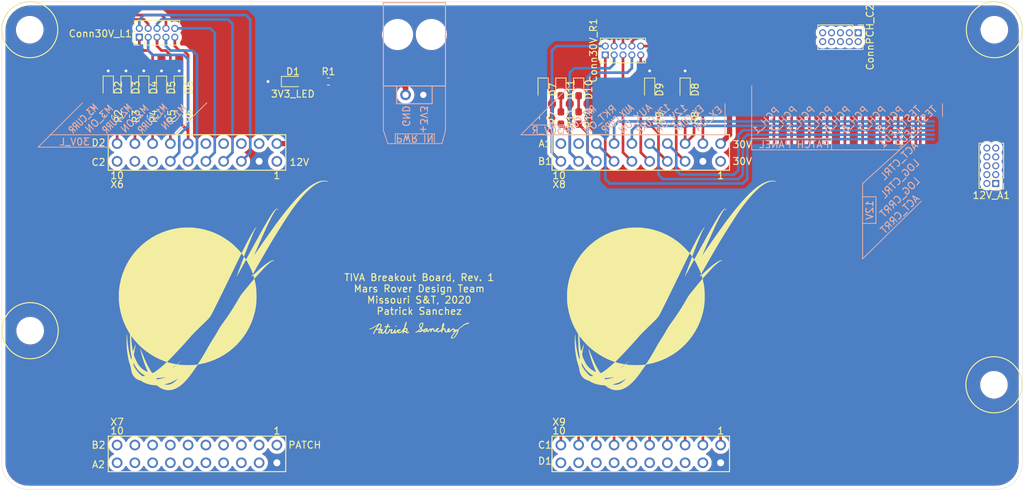
<source format=kicad_pcb>
(kicad_pcb (version 20171130) (host pcbnew "(5.1.4)-1")
  (layers (0 F.Cu signal) (31 B.Cu signal) (34 B.Paste user) (35 F.Paste user) (36 B.SilkS user hide) (37 F.SilkS user) (38 B.Mask user) (39 F.Mask user) (44 Edge.Cuts user))
  (net 0 "")
  (net 1 GND)
  (net 2 +3V3)
  (net 3 "Net-(U1-PadRese')")
  (net 4 "Net-(U1-PadRese)")
  (net 5 "Net-(U1-PadPM6)")
  (net 6 "Net-(U1-PadPQ1)")
  (net 7 "Net-(U1-PadPQ2)")
  (net 8 "Net-(U1-PadPQ3)")
  (net 9 "Net-(U1-PadPP3)")
  (net 10 "Net-(U1-PadPA4)")
  (net 11 "Net-(U1-PadPA7)")
  (net 12 "Net-(U1-PadPA5)")
  (net 13 "Net-(U1-PadPD2)")
  (net 14 "Net-(U1-PadPP0)")
  (net 15 "Net-(U1-PadPP1)")
  (net 16 "Net-(U1-PadPD4)")
  (net 17 "Net-(U1-PadPM7)")
  (net 18 "Net-(U1-PadPP5)")
  (net 19 "Net-(U1-PadPC7)")
  (net 20 "Net-(U1-PadPB2)")
  (net 21 "Net-(U1-PadPB3)")
  (net 22 "Net-(U1-PadPM3)")
  (net 23 "Net-(U1-PadPH2)")
  (net 24 "Net-(U1-PadPH3)")
  (net 25 "Net-(U1-PadPD1)")
  (net 26 "Net-(U1-PadPD0)")
  (net 27 "Net-(U1-PadPN2)")
  (net 28 "Net-(U1-PadPN3)")
  (net 29 "Net-(U1-PadPP2)")
  (net 30 "Net-(ConnPCH_C2-Pad1)")
  (net 31 "Net-(ConnPCH_C2-Pad2)")
  (net 32 "Net-(ConnPCH_C2-Pad3)")
  (net 33 "Net-(ConnPCH_C2-Pad4)")
  (net 34 "Net-(ConnPCH_C2-Pad5)")
  (net 35 "Net-(ConnPCH_C2-Pad6)")
  (net 36 "Net-(ConnPCH_C2-Pad7)")
  (net 37 "Net-(ConnPCH_C2-Pad8)")
  (net 38 "Net-(ConnPCH_C2-Pad9)")
  (net 39 "Net-(ConnPCH_C2-Pad10)")
  (net 40 "Net-(U1-PadPG1)")
  (net 41 "Net-(U1-PadPK4)")
  (net 42 "Net-(U1-PadPK5)")
  (net 43 "Net-(U1-PadPM0)")
  (net 44 "Net-(U1-PadPM1)")
  (net 45 "Net-(U1-PadPM2)")
  (net 46 "Net-(U1-PadPH0)")
  (net 47 "Net-(U1-PadPH1)")
  (net 48 "Net-(U1-PadPK6)")
  (net 49 "Net-(U1-PadPK7)")
  (net 50 "Net-(D1-Pad2)")
  (net 51 "Net-(U1-Pad+5V')")
  (net 52 "Net-(U1-Pad+5V)")
  (net 53 "Net-(12V_A1-Pad1)")
  (net 54 "Net-(12V_A1-Pad2)")
  (net 55 "Net-(12V_A1-Pad3)")
  (net 56 "Net-(12V_A1-Pad4)")
  (net 57 "Net-(12V_A1-Pad5)")
  (net 58 "Net-(12V_A1-Pad6)")
  (net 59 "Net-(12V_A1-Pad7)")
  (net 60 "Net-(12V_A1-Pad8)")
  (net 61 "Net-(12V_A1-Pad9)")
  (net 62 "Net-(12V_A1-Pad10)")
  (net 63 M3_ISENSE)
  (net 64 M3_EN)
  (net 65 M2_EN)
  (net 66 M4_ISENSE)
  (net 67 M2_ISENSE)
  (net 68 M4_EN)
  (net 69 M1_EN)
  (net 70 M5_ISENSE)
  (net 71 M1_ISENSE)
  (net 72 M5_EN)
  (net 73 12V_ISENSE)
  (net 74 12V_EN)
  (net 75 SP_EN)
  (net 76 AUX_ISENSE)
  (net 77 SP_ISENSE)
  (net 78 AUX_EN)
  (net 79 M6_EN)
  (net 80 RKT_ISENSE)
  (net 81 M6_ISENSE)
  (net 82 RKT_EN)
  (net 83 "Net-(U1-PadPK3)")
  (net 84 "Net-(U1-PadPC5)")
  (net 85 "Net-(U1-PadPC6)")
  (net 86 "Net-(U1-PadPE5)")
  (net 87 "Net-(U1-PadPD3)")
  (net 88 "Net-(U1-PadPF1)")
  (net 89 "Net-(U1-PadPF2)")
  (net 90 "Net-(U1-PadPF3)")
  (net 91 "Net-(U1-PadPG0)")
  (net 92 "Net-(U1-PadPL4)")
  (net 93 "Net-(U1-PadPL5)")
  (net 94 "Net-(U1-PadPL0)")
  (net 95 "Net-(U1-PadPL1)")
  (net 96 "Net-(U1-PadPL2)")
  (net 97 "Net-(U1-PadPL3)")
  (net 98 "Net-(D2-Pad2)")
  (net 99 "Net-(D3-Pad2)")
  (net 100 "Net-(D4-Pad2)")
  (net 101 "Net-(D5-Pad2)")
  (net 102 "Net-(D6-Pad2)")
  (net 103 "Net-(D7-Pad2)")
  (net 104 "Net-(D8-Pad2)")
  (net 105 "Net-(D9-Pad2)")
  (net 106 "Net-(D10-Pad2)")
  (net 107 "Net-(D11-Pad2)")
  (module Resistor_SMD:R_0603_1608Metric_Pad1.05x0.95mm_HandSolder (layer F.Cu) (at 162.0012 91.962 270)
    (fp_text reference R7 (at 0 -1.43 90) (layer F.SilkS))
    (fp_text value 330)
    (pad 2 smd roundrect (at 0.875 0 270) (size 1.05 0.95) (layers F.Cu F.Paste F.Mask) (net 82 RKT_EN))
    (pad 1 smd roundrect (at -0.875 0 270) (size 1.05 0.95) (layers F.Cu F.Paste F.Mask) (net 103 "Net-(D7-Pad2)"))
  )
  (module MRDT_Shields:Tiva_Breakout (layer F.Cu) (at 107.3912 131.191)
    (fp_text reference U1 hide)
    (fp_text value TM4C129E_Launchpad hide)
    (fp_text user 1 (at 80.01 5.588) (layer F.SilkS))
    (fp_text user 10 (at 56.896 5.588) (layer F.SilkS))
    (fp_text user 1 (at 80.01 -30.988) (layer F.SilkS))
    (fp_text user 10 (at 56.896 -30.988) (layer F.SilkS))
    (fp_text user 1 (at 16.51 5.588) (layer F.SilkS))
    (fp_text user 10 (at -6.35 5.588) (layer F.SilkS))
    (fp_text user 10 (at -6.35 -30.988) (layer F.SilkS))
    (fp_text user 1 (at 16.51 -30.988) (layer F.SilkS))
    (fp_text user X9 (at 56.896 4.318) (layer F.SilkS))
    (fp_text user X8 (at 56.896 -29.718) (layer F.SilkS))
    (fp_text user X7 (at -6.35 4.318) (layer F.SilkS))
    (fp_text user X6 (at -6.35 -29.718 180) (layer F.SilkS))
    (fp_text user C1 (at 54.864 7.62) (layer F.SilkS))
    (fp_text user D1 (at 54.864 9.906) (layer F.SilkS))
    (fp_text user C2 (at -9.017 -32.893 180) (layer F.SilkS))
    (fp_text user D2 (at -9.017 -35.687) (layer F.SilkS))
    (fp_text user B1 (at 54.864 -33.02) (layer F.SilkS))
    (fp_text user A1 (at 54.864 -35.56) (layer F.SilkS))
    (fp_text user B2 (at -9.017 7.62 180) (layer F.SilkS))
    (fp_text user A2 (at -9.017 10.414 180) (layer F.SilkS))
    (pad +3V3' thru_hole circle (at 16.51 -35.56) (size 1.52 1.52) (drill 1) (layers *.Cu *.Mask F.Paste) (net 2 +3V3))
    (pad PM6 thru_hole circle (at -6.35 10.16) (size 1.52 1.52) (drill 1) (layers *.Cu *.Mask F.Paste) (net 5 "Net-(U1-PadPM6)"))
    (pad PQ1 thru_hole circle (at -3.81 10.16) (size 1.52 1.52) (drill 1) (layers *.Cu *.Mask F.Paste) (net 6 "Net-(U1-PadPQ1)"))
    (pad PQ2 thru_hole circle (at 3.81 10.16) (size 1.52 1.52) (drill 1) (layers *.Cu *.Mask F.Paste) (net 7 "Net-(U1-PadPQ2)"))
    (pad PK0 thru_hole circle (at 6.35 -33.02) (size 1.52 1.52) (drill 1) (layers *.Cu *.Mask F.Paste) (net 71 M1_ISENSE))
    (pad PQ3 thru_hole circle (at 1.27 10.16) (size 1.52 1.52) (drill 1) (layers *.Cu *.Mask F.Paste) (net 8 "Net-(U1-PadPQ3)"))
    (pad PP3 thru_hole circle (at -1.27 10.16) (size 1.52 1.52) (drill 1) (layers *.Cu *.Mask F.Paste) (net 9 "Net-(U1-PadPP3)"))
    (pad PQ0 thru_hole circle (at 1.27 -35.56) (size 1.52 1.52) (drill 1) (layers *.Cu *.Mask F.Paste) (net 68 M4_EN))
    (pad PA4 thru_hole circle (at -3.81 -33.02) (size 1.52 1.52) (drill 1) (layers *.Cu *.Mask F.Paste) (net 10 "Net-(U1-PadPA4)"))
    (pad Rese' thru_hole circle (at 6.35 10.16) (size 1.52 1.52) (drill 1) (layers *.Cu *.Mask F.Paste) (net 3 "Net-(U1-PadRese')"))
    (pad PA7 thru_hole circle (at 8.89 10.16) (size 1.52 1.52) (drill 1) (layers *.Cu *.Mask F.Paste) (net 11 "Net-(U1-PadPA7)"))
    (pad PN5 thru_hole circle (at -3.81 -35.56) (size 1.52 1.52) (drill 1) (layers *.Cu *.Mask F.Paste) (net 65 M2_EN))
    (pad PK2 thru_hole circle (at 1.27 -33.02) (size 1.52 1.52) (drill 1) (layers *.Cu *.Mask F.Paste) (net 66 M4_ISENSE))
    (pad PK1 thru_hole circle (at 3.81 -33.02) (size 1.52 1.52) (drill 1) (layers *.Cu *.Mask F.Paste) (net 70 M5_ISENSE))
    (pad +5V' thru_hole circle (at 16.51 -33.02) (size 1.52 1.52) (drill 1) (layers *.Cu *.Mask F.Paste) (net 51 "Net-(U1-Pad+5V')"))
    (pad GND thru_hole circle (at 13.97 -33.02) (size 1.52 1.52) (drill 1) (layers *.Cu *.Mask F.Paste) (net 1 GND))
    (pad PB4 thru_hole circle (at 11.43 -33.02) (size 1.52 1.52) (drill 1) (layers *.Cu *.Mask F.Paste) (net 63 M3_ISENSE))
    (pad PB5 thru_hole circle (at 8.89 -33.02) (size 1.52 1.52) (drill 1) (layers *.Cu *.Mask F.Paste) (net 67 M2_ISENSE))
    (pad PK3 thru_hole circle (at -1.27 -33.02) (size 1.52 1.52) (drill 1) (layers *.Cu *.Mask F.Paste) (net 83 "Net-(U1-PadPK3)"))
    (pad PA5 thru_hole circle (at -6.35 -33.02) (size 1.52 1.52) (drill 1) (layers *.Cu *.Mask F.Paste) (net 12 "Net-(U1-PadPA5)"))
    (pad PD2 thru_hole circle (at 13.97 -35.56) (size 1.52 1.52) (drill 1) (layers *.Cu *.Mask F.Paste) (net 13 "Net-(U1-PadPD2)"))
    (pad PP0 thru_hole circle (at 11.43 -35.56) (size 1.52 1.52) (drill 1) (layers *.Cu *.Mask F.Paste) (net 14 "Net-(U1-PadPP0)"))
    (pad PP1 thru_hole circle (at 8.89 -35.56) (size 1.52 1.52) (drill 1) (layers *.Cu *.Mask F.Paste) (net 15 "Net-(U1-PadPP1)"))
    (pad PD4 thru_hole circle (at 6.35 -35.56) (size 1.52 1.52) (drill 1) (layers *.Cu *.Mask F.Paste) (net 16 "Net-(U1-PadPD4)"))
    (pad PD5 thru_hole circle (at 3.81 -35.56) (size 1.52 1.52) (drill 1) (layers *.Cu *.Mask F.Paste) (net 72 M5_EN))
    (pad PP4 thru_hole circle (at -1.27 -35.56) (size 1.52 1.52) (drill 1) (layers *.Cu *.Mask F.Paste) (net 64 M3_EN))
    (pad PN4 thru_hole circle (at -6.35 -35.56) (size 1.52 1.52) (drill 1) (layers *.Cu *.Mask F.Paste) (net 69 M1_EN))
    (pad PG1 thru_hole circle (at 16.51 7.62) (size 1.52 1.52) (drill 1) (layers *.Cu *.Mask F.Paste) (net 40 "Net-(U1-PadPG1)"))
    (pad PK4 thru_hole circle (at 13.97 7.62) (size 1.52 1.52) (drill 1) (layers *.Cu *.Mask F.Paste) (net 41 "Net-(U1-PadPK4)"))
    (pad PK5 thru_hole circle (at 11.43 7.62) (size 1.52 1.52) (drill 1) (layers *.Cu *.Mask F.Paste) (net 42 "Net-(U1-PadPK5)"))
    (pad PM0 thru_hole circle (at 8.89 7.62) (size 1.52 1.52) (drill 1) (layers *.Cu *.Mask F.Paste) (net 43 "Net-(U1-PadPM0)"))
    (pad PM1 thru_hole circle (at 6.35 7.62) (size 1.52 1.52) (drill 1) (layers *.Cu *.Mask F.Paste) (net 44 "Net-(U1-PadPM1)"))
    (pad PM2 thru_hole circle (at 3.81 7.62) (size 1.52 1.52) (drill 1) (layers *.Cu *.Mask F.Paste) (net 45 "Net-(U1-PadPM2)"))
    (pad PH0 thru_hole circle (at 1.27 7.62) (size 1.52 1.52) (drill 1) (layers *.Cu *.Mask F.Paste) (net 46 "Net-(U1-PadPH0)"))
    (pad PH1 thru_hole circle (at -1.27 7.62) (size 1.52 1.52) (drill 1) (layers *.Cu *.Mask F.Paste) (net 47 "Net-(U1-PadPH1)"))
    (pad PK6 thru_hole circle (at -3.81 7.62) (size 1.52 1.52) (drill 1) (layers *.Cu *.Mask F.Paste) (net 48 "Net-(U1-PadPK6)"))
    (pad PK7 thru_hole circle (at -6.35 7.62) (size 1.52 1.52) (drill 1) (layers *.Cu *.Mask F.Paste) (net 49 "Net-(U1-PadPK7)"))
    (pad GND thru_hole circle (at 16.51 10.16) (size 1.52 1.52) (drill 1) (layers *.Cu *.Mask F.Paste) (net 1 GND))
    (pad PM7 thru_hole circle (at 13.97 10.16) (size 1.52 1.52) (drill 1) (layers *.Cu *.Mask F.Paste) (net 17 "Net-(U1-PadPM7)"))
    (pad PP5 thru_hole circle (at 11.43 10.16) (size 1.52 1.52) (drill 1) (layers *.Cu *.Mask F.Paste) (net 18 "Net-(U1-PadPP5)"))
    (pad +5V thru_hole circle (at 80.01 -33.02) (size 1.52 1.52) (drill 1) (layers *.Cu *.Mask F.Paste) (net 52 "Net-(U1-Pad+5V)"))
    (pad GND thru_hole circle (at 77.47 -33.02) (size 1.52 1.52) (drill 1) (layers *.Cu *.Mask F.Paste) (net 1 GND))
    (pad PE0 thru_hole circle (at 74.93 -33.02) (size 1.52 1.52) (drill 1) (layers *.Cu *.Mask F.Paste) (net 76 AUX_ISENSE))
    (pad PE1 thru_hole circle (at 72.39 -33.02) (size 1.52 1.52) (drill 1) (layers *.Cu *.Mask F.Paste) (net 74 12V_EN))
    (pad PE2 thru_hole circle (at 69.85 -33.02) (size 1.52 1.52) (drill 1) (layers *.Cu *.Mask F.Paste) (net 73 12V_ISENSE))
    (pad PE3 thru_hole circle (at 67.31 -33.02) (size 1.52 1.52) (drill 1) (layers *.Cu *.Mask F.Paste) (net 77 SP_ISENSE))
    (pad PD7 thru_hole circle (at 64.77 -33.02) (size 1.52 1.52) (drill 1) (layers *.Cu *.Mask F.Paste) (net 81 M6_ISENSE))
    (pad PA6 thru_hole circle (at 62.23 -33.02) (size 1.52 1.52) (drill 1) (layers *.Cu *.Mask F.Paste) (net 75 SP_EN))
    (pad PM4 thru_hole circle (at 59.69 -33.02) (size 1.52 1.52) (drill 1) (layers *.Cu *.Mask F.Paste) (net 79 M6_EN))
    (pad PM5 thru_hole circle (at 57.15 -33.02) (size 1.52 1.52) (drill 1) (layers *.Cu *.Mask F.Paste) (net 82 RKT_EN))
    (pad +3V3 thru_hole circle (at 80.01 -35.56) (size 1.52 1.52) (drill 1) (layers *.Cu *.Mask F.Paste) (net 2 +3V3))
    (pad PE4 thru_hole circle (at 77.47 -35.56) (size 1.52 1.52) (drill 1) (layers *.Cu *.Mask F.Paste) (net 80 RKT_ISENSE))
    (pad PC4 thru_hole circle (at 74.93 -35.56) (size 1.52 1.52) (drill 1) (layers *.Cu *.Mask F.Paste) (net 78 AUX_EN))
    (pad PC5 thru_hole circle (at 72.39 -35.56) (size 1.52 1.52) (drill 1) (layers *.Cu *.Mask F.Paste) (net 84 "Net-(U1-PadPC5)"))
    (pad PC6 thru_hole circle (at 69.85 -35.56) (size 1.52 1.52) (drill 1) (layers *.Cu *.Mask F.Paste) (net 85 "Net-(U1-PadPC6)"))
    (pad PE5 thru_hole circle (at 67.31 -35.56) (size 1.52 1.52) (drill 1) (layers *.Cu *.Mask F.Paste) (net 86 "Net-(U1-PadPE5)"))
    (pad PD3 thru_hole circle (at 64.77 -35.56) (size 1.52 1.52) (drill 1) (layers *.Cu *.Mask F.Paste) (net 87 "Net-(U1-PadPD3)"))
    (pad PC7 thru_hole circle (at 62.23 -35.56) (size 1.52 1.52) (drill 1) (layers *.Cu *.Mask F.Paste) (net 19 "Net-(U1-PadPC7)"))
    (pad PB2 thru_hole circle (at 59.69 -35.56) (size 1.52 1.52) (drill 1) (layers *.Cu *.Mask F.Paste) (net 20 "Net-(U1-PadPB2)"))
    (pad PB3 thru_hole circle (at 57.15 -35.56) (size 1.52 1.52) (drill 1) (layers *.Cu *.Mask F.Paste) (net 21 "Net-(U1-PadPB3)"))
    (pad PF1 thru_hole circle (at 80.01 7.62) (size 1.52 1.52) (drill 1) (layers *.Cu *.Mask F.Paste) (net 88 "Net-(U1-PadPF1)"))
    (pad PF2 thru_hole circle (at 77.47 7.62) (size 1.52 1.52) (drill 1) (layers *.Cu *.Mask F.Paste) (net 89 "Net-(U1-PadPF2)"))
    (pad PF3 thru_hole circle (at 74.93 7.62) (size 1.52 1.52) (drill 1) (layers *.Cu *.Mask F.Paste) (net 90 "Net-(U1-PadPF3)"))
    (pad PG0 thru_hole circle (at 72.39 7.62) (size 1.52 1.52) (drill 1) (layers *.Cu *.Mask F.Paste) (net 91 "Net-(U1-PadPG0)"))
    (pad PL4 thru_hole circle (at 69.85 7.62) (size 1.52 1.52) (drill 1) (layers *.Cu *.Mask F.Paste) (net 92 "Net-(U1-PadPL4)"))
    (pad PL5 thru_hole circle (at 67.31 7.62) (size 1.52 1.52) (drill 1) (layers *.Cu *.Mask F.Paste) (net 93 "Net-(U1-PadPL5)"))
    (pad PL0 thru_hole circle (at 64.77 7.62) (size 1.52 1.52) (drill 1) (layers *.Cu *.Mask F.Paste) (net 94 "Net-(U1-PadPL0)"))
    (pad PL1 thru_hole circle (at 62.23 7.62) (size 1.52 1.52) (drill 1) (layers *.Cu *.Mask F.Paste) (net 95 "Net-(U1-PadPL1)"))
    (pad PL2 thru_hole circle (at 59.69 7.62) (size 1.52 1.52) (drill 1) (layers *.Cu *.Mask F.Paste) (net 96 "Net-(U1-PadPL2)"))
    (pad PL3 thru_hole circle (at 57.15 7.62) (size 1.52 1.52) (drill 1) (layers *.Cu *.Mask F.Paste) (net 97 "Net-(U1-PadPL3)"))
    (pad GND thru_hole circle (at 80.01 10.16) (size 1.52 1.52) (drill 1) (layers *.Cu *.Mask F.Paste) (net 1 GND))
    (pad PM3 thru_hole circle (at 77.47 10.16) (size 1.52 1.52) (drill 1) (layers *.Cu *.Mask F.Paste) (net 22 "Net-(U1-PadPM3)"))
    (pad PH2 thru_hole circle (at 74.93 10.16) (size 1.52 1.52) (drill 1) (layers *.Cu *.Mask F.Paste) (net 23 "Net-(U1-PadPH2)"))
    (pad PH3 thru_hole circle (at 72.39 10.16) (size 1.52 1.52) (drill 1) (layers *.Cu *.Mask F.Paste) (net 24 "Net-(U1-PadPH3)"))
    (pad Rese thru_hole circle (at 69.85 10.16) (size 1.52 1.52) (drill 1) (layers *.Cu *.Mask F.Paste) (net 4 "Net-(U1-PadRese)"))
    (pad PD1 thru_hole circle (at 67.31 10.16) (size 1.52 1.52) (drill 1) (layers *.Cu *.Mask F.Paste) (net 25 "Net-(U1-PadPD1)"))
    (pad PD0 thru_hole circle (at 64.77 10.16) (size 1.52 1.52) (drill 1) (layers *.Cu *.Mask F.Paste) (net 26 "Net-(U1-PadPD0)"))
    (pad PN2 thru_hole circle (at 62.23 10.16) (size 1.52 1.52) (drill 1) (layers *.Cu *.Mask F.Paste) (net 27 "Net-(U1-PadPN2)"))
    (pad PN3 thru_hole circle (at 59.69 10.16) (size 1.52 1.52) (drill 1) (layers *.Cu *.Mask F.Paste) (net 28 "Net-(U1-PadPN3)"))
    (pad PP2 thru_hole circle (at 57.15 10.16) (size 1.52 1.52) (drill 1) (layers *.Cu *.Mask F.Paste) (net 29 "Net-(U1-PadPP2)"))
  )
  (module MRDT_Silkscreens:0_MRDT_Logo_30mm (layer F.Cu) (at 180.4162 115.951)
    (fp_text reference G*** hide)
    (fp_text value LOGO hide)
  )
  (module MRDT_Silkscreens:0_MRDT_Logo_30mm (layer F.Cu) (at 116.2812 115.951)
    (fp_text reference G*** hide)
    (fp_text value LOGO hide)
  )
  (module MRDT_Drill_Holes:4_40_Hole (layer F.Cu) (at 88.5952 122.428)
    (fp_text reference REF** hide)
    (fp_text value 4_40_Hole hide)
    (pad "" np_thru_hole circle (at 0 0) (size 2.9464 2.9464) (drill 2.9464) (layers *.Cu *.Mask))
  )
  (module MRDT_Drill_Holes:4_40_Hole (layer F.Cu) (at 226.5172 130.175)
    (fp_text reference REF** hide)
    (fp_text value 4_40_Hole hide)
    (pad "" np_thru_hole circle (at 0 0) (size 2.9464 2.9464) (drill 2.9464) (layers *.Cu *.Mask))
  )
  (module MRDT_Drill_Holes:4_40_Hole_Corner (layer F.Cu) (at 230.5812 75.311 180)
    (fp_text reference REF** hide)
    (fp_text value 4_40_Hole hide)
    (pad "" np_thru_hole circle (at 4.00812 -4.00812 180) (size 2.9464 2.9464) (drill 2.9464) (layers *.Cu *.Mask))
  )
  (module MRDT_Drill_Holes:4_40_Hole_Corner (layer F.Cu) (at 84.5312 75.311 270)
    (fp_text reference REF** hide)
    (fp_text value 4_40_Hole hide)
    (pad "" np_thru_hole circle (at 4.00812 -4.00812 270) (size 2.9464 2.9464) (drill 2.9464) (layers *.Cu *.Mask))
  )
  (module MRDT_Silkscreens:z_sig_Patrick_Sanchez_15mmx5mm (layer F.Cu) (at 144.2212 122.301)
    (fp_text reference G*** hide)
    (fp_text value LOGO hide)
  )
  (module LED_SMD:LED_0603_1608Metric_Pad1.05x0.95mm_HandSolder (layer F.Cu) (at 126.2012 86.741)
    (fp_text reference D1 (at 0 -1.43) (layer F.SilkS))
    (fp_text value 3V3_LED)
    (pad 1 smd roundrect (at -0.875 0) (size 1.05 0.95) (layers F.Cu F.Paste F.Mask) (net 1 GND))
    (pad 2 smd roundrect (at 0.875 0) (size 1.05 0.95) (layers F.Cu F.Paste F.Mask) (net 50 "Net-(D1-Pad2)"))
  )
  (module Resistor_SMD:R_0603_1608Metric_Pad1.05x0.95mm_HandSolder (layer F.Cu) (at 131.2812 86.741)
    (fp_text reference R1 (at 0 -1.43) (layer F.SilkS))
    (fp_text value 330)
    (pad 1 smd roundrect (at -0.875 0) (size 1.05 0.95) (layers F.Cu F.Paste F.Mask) (net 50 "Net-(D1-Pad2)"))
    (pad 2 smd roundrect (at 0.875 0) (size 1.05 0.95) (layers F.Cu F.Paste F.Mask) (net 2 +3V3))
  )
  (module MRDT_Connectors:MOLEX_SL_02_Horizontal (layer B.Cu) (at 143.5862 88.646 180)
    (fp_text reference Conn1 hide)
    (fp_text value Molex_SL_02)
    (pad "" np_thru_hole circle (at -2.415 8.64 180) (size 3.45 3.45) (drill 3.45) (layers *.Cu *.Mask))
    (pad 1 thru_hole circle (at -1.27 0 180) (size 1.524 1.524) (drill 0.9) (layers *.Cu *.Mask) (net 1 GND))
    (pad 2 thru_hole circle (at 1.27 0 180) (size 1.524 1.524) (drill 0.9) (layers *.Cu *.Mask) (net 2 +3V3))
    (pad "" np_thru_hole circle (at 2.413 8.636 180) (size 3.45 3.45) (drill 3.45) (layers *.Cu *.Mask))
  )
  (module Connector_PinHeader_1.27mm:PinHeader_2x05_P1.27mm_Vertical (layer F.Cu) (at 226.7712 101.346 180)
    (fp_text reference 12V_A1 (at 0.635 -1.695) (layer F.SilkS))
    (fp_text value PH_2x5)
    (pad 1 thru_hole rect (at 0 0 180) (size 1 1) (drill 0.65) (layers *.Cu *.Mask) (net 53 "Net-(12V_A1-Pad1)"))
    (pad 2 thru_hole oval (at 1.27 0 180) (size 1 1) (drill 0.65) (layers *.Cu *.Mask) (net 54 "Net-(12V_A1-Pad2)"))
    (pad 3 thru_hole oval (at 0 1.27 180) (size 1 1) (drill 0.65) (layers *.Cu *.Mask) (net 55 "Net-(12V_A1-Pad3)"))
    (pad 4 thru_hole oval (at 1.27 1.27 180) (size 1 1) (drill 0.65) (layers *.Cu *.Mask) (net 56 "Net-(12V_A1-Pad4)"))
    (pad 5 thru_hole oval (at 0 2.54 180) (size 1 1) (drill 0.65) (layers *.Cu *.Mask) (net 57 "Net-(12V_A1-Pad5)"))
    (pad 6 thru_hole oval (at 1.27 2.54 180) (size 1 1) (drill 0.65) (layers *.Cu *.Mask) (net 58 "Net-(12V_A1-Pad6)"))
    (pad 7 thru_hole oval (at 0 3.81 180) (size 1 1) (drill 0.65) (layers *.Cu *.Mask) (net 59 "Net-(12V_A1-Pad7)"))
    (pad 8 thru_hole oval (at 1.27 3.81 180) (size 1 1) (drill 0.65) (layers *.Cu *.Mask) (net 60 "Net-(12V_A1-Pad8)"))
    (pad 9 thru_hole oval (at 0 5.08 180) (size 1 1) (drill 0.65) (layers *.Cu *.Mask) (net 61 "Net-(12V_A1-Pad9)"))
    (pad 10 thru_hole oval (at 1.27 5.08 180) (size 1 1) (drill 0.65) (layers *.Cu *.Mask) (net 62 "Net-(12V_A1-Pad10)"))
  )
  (module Connector_PinHeader_1.27mm:PinHeader_2x05_P1.27mm_Vertical (layer F.Cu) (at 104.2162 80.391 90)
    (fp_text reference Conn30V_L1 (at 0.508 -5.588 180) (layer F.SilkS))
    (fp_text value PH_2x5)
    (pad 1 thru_hole rect (at 0 0 90) (size 1 1) (drill 0.65) (layers *.Cu *.Mask) (net 64 M3_EN))
    (pad 2 thru_hole oval (at 1.27 0 90) (size 1 1) (drill 0.65) (layers *.Cu *.Mask) (net 63 M3_ISENSE))
    (pad 3 thru_hole oval (at 0 1.27 90) (size 1 1) (drill 0.65) (layers *.Cu *.Mask) (net 66 M4_ISENSE))
    (pad 4 thru_hole oval (at 1.27 1.27 90) (size 1 1) (drill 0.65) (layers *.Cu *.Mask) (net 65 M2_EN))
    (pad 5 thru_hole oval (at 0 2.54 90) (size 1 1) (drill 0.65) (layers *.Cu *.Mask) (net 68 M4_EN))
    (pad 6 thru_hole oval (at 1.27 2.54 90) (size 1 1) (drill 0.65) (layers *.Cu *.Mask) (net 67 M2_ISENSE))
    (pad 7 thru_hole oval (at 0 3.81 90) (size 1 1) (drill 0.65) (layers *.Cu *.Mask) (net 70 M5_ISENSE))
    (pad 8 thru_hole oval (at 1.27 3.81 90) (size 1 1) (drill 0.65) (layers *.Cu *.Mask) (net 69 M1_EN))
    (pad 9 thru_hole oval (at 0 5.08 90) (size 1 1) (drill 0.65) (layers *.Cu *.Mask) (net 72 M5_EN))
    (pad 10 thru_hole oval (at 1.27 5.08 90) (size 1 1) (drill 0.65) (layers *.Cu *.Mask) (net 71 M1_ISENSE))
  )
  (module Connector_PinHeader_1.27mm:PinHeader_2x05_P1.27mm_Vertical (layer F.Cu) (at 170.8912 82.931 90)
    (fp_text reference Conn30V_R1 (at 0.635 -1.695 -90) (layer F.SilkS))
    (fp_text value PH_2x5)
    (pad 10 thru_hole oval (at 1.27 5.08 90) (size 1 1) (drill 0.65) (layers *.Cu *.Mask) (net 74 12V_EN))
    (pad 9 thru_hole oval (at 0 5.08 90) (size 1 1) (drill 0.65) (layers *.Cu *.Mask) (net 73 12V_ISENSE))
    (pad 8 thru_hole oval (at 1.27 3.81 90) (size 1 1) (drill 0.65) (layers *.Cu *.Mask) (net 76 AUX_ISENSE))
    (pad 7 thru_hole oval (at 0 3.81 90) (size 1 1) (drill 0.65) (layers *.Cu *.Mask) (net 75 SP_EN))
    (pad 6 thru_hole oval (at 1.27 2.54 90) (size 1 1) (drill 0.65) (layers *.Cu *.Mask) (net 78 AUX_EN))
    (pad 5 thru_hole oval (at 0 2.54 90) (size 1 1) (drill 0.65) (layers *.Cu *.Mask) (net 77 SP_ISENSE))
    (pad 4 thru_hole oval (at 1.27 1.27 90) (size 1 1) (drill 0.65) (layers *.Cu *.Mask) (net 80 RKT_ISENSE))
    (pad 3 thru_hole oval (at 0 1.27 90) (size 1 1) (drill 0.65) (layers *.Cu *.Mask) (net 79 M6_EN))
    (pad 2 thru_hole oval (at 1.27 0 90) (size 1 1) (drill 0.65) (layers *.Cu *.Mask) (net 82 RKT_EN))
    (pad 1 thru_hole rect (at 0 0 90) (size 1 1) (drill 0.65) (layers *.Cu *.Mask) (net 81 M6_ISENSE))
  )
  (module Connector_PinHeader_1.27mm:PinHeader_2x05_P1.27mm_Vertical (layer F.Cu) (at 207.0862 79.756 270)
    (fp_text reference ConnPCH_C2 (at 0.635 -1.695 90) (layer F.SilkS))
    (fp_text value PH_2x5)
    (pad 10 thru_hole oval (at 1.27 5.08 270) (size 1 1) (drill 0.65) (layers *.Cu *.Mask) (net 39 "Net-(ConnPCH_C2-Pad10)"))
    (pad 9 thru_hole oval (at 0 5.08 270) (size 1 1) (drill 0.65) (layers *.Cu *.Mask) (net 38 "Net-(ConnPCH_C2-Pad9)"))
    (pad 8 thru_hole oval (at 1.27 3.81 270) (size 1 1) (drill 0.65) (layers *.Cu *.Mask) (net 37 "Net-(ConnPCH_C2-Pad8)"))
    (pad 7 thru_hole oval (at 0 3.81 270) (size 1 1) (drill 0.65) (layers *.Cu *.Mask) (net 36 "Net-(ConnPCH_C2-Pad7)"))
    (pad 6 thru_hole oval (at 1.27 2.54 270) (size 1 1) (drill 0.65) (layers *.Cu *.Mask) (net 35 "Net-(ConnPCH_C2-Pad6)"))
    (pad 5 thru_hole oval (at 0 2.54 270) (size 1 1) (drill 0.65) (layers *.Cu *.Mask) (net 34 "Net-(ConnPCH_C2-Pad5)"))
    (pad 4 thru_hole oval (at 1.27 1.27 270) (size 1 1) (drill 0.65) (layers *.Cu *.Mask) (net 33 "Net-(ConnPCH_C2-Pad4)"))
    (pad 3 thru_hole oval (at 0 1.27 270) (size 1 1) (drill 0.65) (layers *.Cu *.Mask) (net 32 "Net-(ConnPCH_C2-Pad3)"))
    (pad 2 thru_hole oval (at 1.27 0 270) (size 1 1) (drill 0.65) (layers *.Cu *.Mask) (net 31 "Net-(ConnPCH_C2-Pad2)"))
    (pad 1 thru_hole rect (at 0 0 270) (size 1 1) (drill 0.65) (layers *.Cu *.Mask) (net 30 "Net-(ConnPCH_C2-Pad1)"))
  )
  (module LED_SMD:LED_0603_1608Metric_Pad1.05x0.95mm_HandSolder (layer F.Cu) (at 99.7712 87.616 270)
    (fp_text reference D2 (at 0 -1.43 90) (layer F.SilkS))
    (fp_text value 3V3_LED)
    (pad 2 smd roundrect (at 0.875 0 270) (size 1.05 0.95) (layers F.Cu F.Paste F.Mask) (net 98 "Net-(D2-Pad2)"))
    (pad 1 smd roundrect (at -0.875 0 270) (size 1.05 0.95) (layers F.Cu F.Paste F.Mask) (net 1 GND))
  )
  (module LED_SMD:LED_0603_1608Metric_Pad1.05x0.95mm_HandSolder (layer F.Cu) (at 102.3112 87.616 270)
    (fp_text reference D3 (at 0 -1.43 90) (layer F.SilkS))
    (fp_text value 3V3_LED)
    (pad 1 smd roundrect (at -0.875 0 270) (size 1.05 0.95) (layers F.Cu F.Paste F.Mask) (net 1 GND))
    (pad 2 smd roundrect (at 0.875 0 270) (size 1.05 0.95) (layers F.Cu F.Paste F.Mask) (net 99 "Net-(D3-Pad2)"))
  )
  (module LED_SMD:LED_0603_1608Metric_Pad1.05x0.95mm_HandSolder (layer F.Cu) (at 104.8512 87.616 270)
    (fp_text reference D4 (at 0 -1.43 90) (layer F.SilkS))
    (fp_text value 3V3_LED)
    (pad 2 smd roundrect (at 0.875 0 270) (size 1.05 0.95) (layers F.Cu F.Paste F.Mask) (net 100 "Net-(D4-Pad2)"))
    (pad 1 smd roundrect (at -0.875 0 270) (size 1.05 0.95) (layers F.Cu F.Paste F.Mask) (net 1 GND))
  )
  (module LED_SMD:LED_0603_1608Metric_Pad1.05x0.95mm_HandSolder (layer F.Cu) (at 107.3912 87.616 270)
    (fp_text reference D5 (at 0 -1.43 90) (layer F.SilkS))
    (fp_text value 3V3_LED)
    (pad 1 smd roundrect (at -0.875 0 270) (size 1.05 0.95) (layers F.Cu F.Paste F.Mask) (net 1 GND))
    (pad 2 smd roundrect (at 0.875 0 270) (size 1.05 0.95) (layers F.Cu F.Paste F.Mask) (net 101 "Net-(D5-Pad2)"))
  )
  (module LED_SMD:LED_0603_1608Metric_Pad1.05x0.95mm_HandSolder (layer F.Cu) (at 109.9312 87.616 270)
    (fp_text reference D6 (at 0 -1.43 90) (layer F.SilkS))
    (fp_text value 3V3_LED)
    (pad 2 smd roundrect (at 0.875 0 270) (size 1.05 0.95) (layers F.Cu F.Paste F.Mask) (net 102 "Net-(D6-Pad2)"))
    (pad 1 smd roundrect (at -0.875 0 270) (size 1.05 0.95) (layers F.Cu F.Paste F.Mask) (net 1 GND))
  )
  (module LED_SMD:LED_0603_1608Metric_Pad1.05x0.95mm_HandSolder (layer F.Cu) (at 162.0012 87.898 270)
    (fp_text reference D7 (at 0 -1.43 90) (layer F.SilkS))
    (fp_text value 3V3_LED)
    (pad 1 smd roundrect (at -0.875 0 270) (size 1.05 0.95) (layers F.Cu F.Paste F.Mask) (net 1 GND))
    (pad 2 smd roundrect (at 0.875 0 270) (size 1.05 0.95) (layers F.Cu F.Paste F.Mask) (net 103 "Net-(D7-Pad2)"))
  )
  (module LED_SMD:LED_0603_1608Metric_Pad1.05x0.95mm_HandSolder (layer F.Cu) (at 182.3212 87.898 270)
    (fp_text reference D8 (at 0 -1.43 90) (layer F.SilkS))
    (fp_text value 3V3_LED)
    (pad 1 smd roundrect (at -0.875 0 270) (size 1.05 0.95) (layers F.Cu F.Paste F.Mask) (net 1 GND))
    (pad 2 smd roundrect (at 0.875 0 270) (size 1.05 0.95) (layers F.Cu F.Paste F.Mask) (net 104 "Net-(D8-Pad2)"))
  )
  (module LED_SMD:LED_0603_1608Metric_Pad1.05x0.95mm_HandSolder (layer F.Cu) (at 177.2412 87.898 270)
    (fp_text reference D9 (at 0 -1.43 90) (layer F.SilkS))
    (fp_text value 3V3_LED)
    (pad 1 smd roundrect (at -0.875 0 270) (size 1.05 0.95) (layers F.Cu F.Paste F.Mask) (net 1 GND))
    (pad 2 smd roundrect (at 0.875 0 270) (size 1.05 0.95) (layers F.Cu F.Paste F.Mask) (net 105 "Net-(D9-Pad2)"))
  )
  (module LED_SMD:LED_0603_1608Metric_Pad1.05x0.95mm_HandSolder (layer F.Cu) (at 167.0812 87.898 270)
    (fp_text reference D10 (at 0 -1.43 90) (layer F.SilkS))
    (fp_text value 3V3_LED)
    (pad 2 smd roundrect (at 0.875 0 270) (size 1.05 0.95) (layers F.Cu F.Paste F.Mask) (net 106 "Net-(D10-Pad2)"))
    (pad 1 smd roundrect (at -0.875 0 270) (size 1.05 0.95) (layers F.Cu F.Paste F.Mask) (net 1 GND))
  )
  (module LED_SMD:LED_0603_1608Metric_Pad1.05x0.95mm_HandSolder (layer F.Cu) (at 164.5412 87.898 270)
    (fp_text reference D11 (at 0 -1.43 90) (layer F.SilkS))
    (fp_text value 3V3_LED)
    (pad 2 smd roundrect (at 0.875 0 270) (size 1.05 0.95) (layers F.Cu F.Paste F.Mask) (net 107 "Net-(D11-Pad2)"))
    (pad 1 smd roundrect (at -0.875 0 270) (size 1.05 0.95) (layers F.Cu F.Paste F.Mask) (net 1 GND))
  )
  (module Resistor_SMD:R_0603_1608Metric_Pad1.05x0.95mm_HandSolder (layer F.Cu) (at 99.7712 91.708 270)
    (fp_text reference R2 (at 0 -1.43 90) (layer F.SilkS))
    (fp_text value 330)
    (pad 2 smd roundrect (at 0.875 0 270) (size 1.05 0.95) (layers F.Cu F.Paste F.Mask) (net 69 M1_EN))
    (pad 1 smd roundrect (at -0.875 0 270) (size 1.05 0.95) (layers F.Cu F.Paste F.Mask) (net 98 "Net-(D2-Pad2)"))
  )
  (module Resistor_SMD:R_0603_1608Metric_Pad1.05x0.95mm_HandSolder (layer F.Cu) (at 102.3112 91.708 270)
    (fp_text reference R3 (at 0 -1.43 90) (layer F.SilkS))
    (fp_text value 330)
    (pad 1 smd roundrect (at -0.875 0 270) (size 1.05 0.95) (layers F.Cu F.Paste F.Mask) (net 99 "Net-(D3-Pad2)"))
    (pad 2 smd roundrect (at 0.875 0 270) (size 1.05 0.95) (layers F.Cu F.Paste F.Mask) (net 65 M2_EN))
  )
  (module Resistor_SMD:R_0603_1608Metric_Pad1.05x0.95mm_HandSolder (layer F.Cu) (at 104.8512 91.708 270)
    (fp_text reference R4 (at 0 -1.43 90) (layer F.SilkS))
    (fp_text value 330)
    (pad 2 smd roundrect (at 0.875 0 270) (size 1.05 0.95) (layers F.Cu F.Paste F.Mask) (net 64 M3_EN))
    (pad 1 smd roundrect (at -0.875 0 270) (size 1.05 0.95) (layers F.Cu F.Paste F.Mask) (net 100 "Net-(D4-Pad2)"))
  )
  (module Resistor_SMD:R_0603_1608Metric_Pad1.05x0.95mm_HandSolder (layer F.Cu) (at 107.3912 91.708 270)
    (fp_text reference R5 (at 0 -1.43 90) (layer F.SilkS))
    (fp_text value 330)
    (pad 2 smd roundrect (at 0.875 0 270) (size 1.05 0.95) (layers F.Cu F.Paste F.Mask) (net 68 M4_EN))
    (pad 1 smd roundrect (at -0.875 0 270) (size 1.05 0.95) (layers F.Cu F.Paste F.Mask) (net 101 "Net-(D5-Pad2)"))
  )
  (module Resistor_SMD:R_0603_1608Metric_Pad1.05x0.95mm_HandSolder (layer F.Cu) (at 109.9312 91.708 270)
    (fp_text reference R6 (at 0 -1.43 90) (layer F.SilkS))
    (fp_text value 330)
    (pad 1 smd roundrect (at -0.875 0 270) (size 1.05 0.95) (layers F.Cu F.Paste F.Mask) (net 102 "Net-(D6-Pad2)"))
    (pad 2 smd roundrect (at 0.875 0 270) (size 1.05 0.95) (layers F.Cu F.Paste F.Mask) (net 72 M5_EN))
  )
  (module Resistor_SMD:R_0603_1608Metric_Pad1.05x0.95mm_HandSolder (layer F.Cu) (at 182.3212 91.962 270)
    (fp_text reference R8 (at 0 -1.43 90) (layer F.SilkS))
    (fp_text value 330)
    (pad 1 smd roundrect (at -0.875 0 270) (size 1.05 0.95) (layers F.Cu F.Paste F.Mask) (net 104 "Net-(D8-Pad2)"))
    (pad 2 smd roundrect (at 0.875 0 270) (size 1.05 0.95) (layers F.Cu F.Paste F.Mask) (net 78 AUX_EN))
  )
  (module Resistor_SMD:R_0603_1608Metric_Pad1.05x0.95mm_HandSolder (layer F.Cu) (at 177.2412 91.962 270)
    (fp_text reference R9 (at 0 -1.43 90) (layer F.SilkS))
    (fp_text value 330)
    (pad 1 smd roundrect (at -0.875 0 270) (size 1.05 0.95) (layers F.Cu F.Paste F.Mask) (net 105 "Net-(D9-Pad2)"))
    (pad 2 smd roundrect (at 0.875 0 270) (size 1.05 0.95) (layers F.Cu F.Paste F.Mask) (net 74 12V_EN))
  )
  (module Resistor_SMD:R_0603_1608Metric_Pad1.05x0.95mm_HandSolder (layer F.Cu) (at 167.0812 91.962 270)
    (fp_text reference R10 (at 0 -1.43 90) (layer F.SilkS))
    (fp_text value 330)
    (pad 1 smd roundrect (at -0.875 0 270) (size 1.05 0.95) (layers F.Cu F.Paste F.Mask) (net 106 "Net-(D10-Pad2)"))
    (pad 2 smd roundrect (at 0.875 0 270) (size 1.05 0.95) (layers F.Cu F.Paste F.Mask) (net 75 SP_EN))
  )
  (module Resistor_SMD:R_0603_1608Metric_Pad1.05x0.95mm_HandSolder (layer F.Cu) (at 164.5412 91.962 270)
    (fp_text reference R11 (at 0 -1.43 90) (layer F.SilkS))
    (fp_text value 330)
    (pad 2 smd roundrect (at 0.875 0 270) (size 1.05 0.95) (layers F.Cu F.Paste F.Mask) (net 79 M6_EN))
    (pad 1 smd roundrect (at -0.875 0 270) (size 1.05 0.95) (layers F.Cu F.Paste F.Mask) (net 107 "Net-(D11-Pad2)"))
  )
  (gr_line (start 203.2762 94.869) (end 203.2762 96.52) (layer B.SilkS) (width 0.12))
  (gr_line (start 191.7192 94.869) (end 203.2762 94.869) (layer B.SilkS) (width 0.12))
  (gr_text "PATCH PANEL" (at 197.9422 95.758) (layer B.SilkS) (effects (font (size 1 1)) (justify mirror)))
  (gr_line (start 191.8462 96.52) (end 213.0552 96.52) (layer B.SilkS) (width 0.12))
  (gr_line (start 191.8462 87.376) (end 191.8462 96.52) (layer B.SilkS) (width 0.12))
  (gr_line (start 219.1512 89.916) (end 219.1512 91.821) (layer B.SilkS) (width 0.12))
  (gr_text PCH_1 (at 193.8782 92.329 45) (layer B.SilkS) (effects (font (size 1 1)) (justify mirror)))
  (gr_text PCH_2 (at 196.4182 92.202 45) (layer B.SilkS) (effects (font (size 1 1)) (justify mirror)))
  (gr_text PCH_3 (at 198.9582 92.202 45) (layer B.SilkS) (effects (font (size 1 1)) (justify mirror)))
  (gr_text PCH_4 (at 201.4982 92.202 45) (layer B.SilkS) (effects (font (size 1 1)) (justify mirror)))
  (gr_text PCH_5 (at 204.0382 92.202 45) (layer B.SilkS) (effects (font (size 1 1)) (justify mirror)))
  (gr_text PCH_6 (at 206.5782 92.202 45) (layer B.SilkS) (effects (font (size 1 1)) (justify mirror)))
  (gr_text PCH_7 (at 209.1182 92.202 45) (layer B.SilkS) (effects (font (size 1 1)) (justify mirror)))
  (gr_text PCH_8 (at 211.6582 92.202 45) (layer B.SilkS) (effects (font (size 1 1)) (justify mirror)))
  (gr_text TEST_LED2 (at 215.3412 93.218 45) (layer B.SilkS) (effects (font (size 1 1)) (justify mirror)))
  (gr_text TEST_LED1 (at 213.0552 93.218 45) (layer B.SilkS) (effects (font (size 1 1)) (justify mirror)))
  (gr_text 3V3_LED (at 126.1872 88.519) (layer F.SilkS) (effects (font (size 1 1))))
  (gr_line (start 164.9222 92.964) (end 160.2232 92.964) (layer B.SilkS) (width 0.12))
  (gr_line (start 164.9222 94.361) (end 164.9222 92.964) (layer B.SilkS) (width 0.12))
  (gr_text 30V_R (at 162.6362 93.726) (layer B.SilkS) (effects (font (size 1 1)) (justify mirror)))
  (gr_line (start 158.8262 94.361) (end 163.1442 94.361) (layer B.SilkS) (width 0.12))
  (gr_line (start 165.8112 87.376) (end 158.8262 94.361) (layer B.SilkS) (width 0.12))
  (gr_line (start 163.2712 94.361) (end 159.4612 94.361) (layer B.SilkS) (width 0.12))
  (gr_text RKT_CURR (at 167.3352 92.202 40) (layer B.SilkS) (effects (font (size 1 0.7112)) (justify mirror)))
  (gr_text AUX_CURR (at 172.6692 92.075 40) (layer B.SilkS) (effects (font (size 1 0.7112)) (justify mirror)))
  (gr_text 12V_CURR (at 177.7492 92.075 40) (layer B.SilkS) (effects (font (size 1 0.762)) (justify mirror)))
  (gr_text RKT_ON (at 170.1292 92.202 40) (layer B.SilkS) (effects (font (size 1 1)) (justify mirror)))
  (gr_text AUX_ON (at 175.2092 92.075 40) (layer B.SilkS) (effects (font (size 1 1)) (justify mirror)))
  (gr_text 12V_ON (at 180.2892 92.075 40) (layer B.SilkS) (effects (font (size 1 1)) (justify mirror)))
  (gr_text EX_CURR (at 182.8292 92.075 40) (layer B.SilkS) (effects (font (size 1 0.762)) (justify mirror)))
  (gr_text EX_ON (at 185.6232 92.075 40) (layer B.SilkS) (effects (font (size 1 1)) (justify mirror)))
  (gr_line (start 188.0362 94.361) (end 163.2712 94.361) (layer B.SilkS) (width 0.12))
  (gr_line (start 188.0362 89.916) (end 188.0362 94.361) (layer B.SilkS) (width 0.12))
  (gr_line (start 99.7712 94.361) (end 91.3892 94.361) (layer B.SilkS) (width 0.12))
  (gr_line (start 89.7382 96.139) (end 99.7712 96.139) (layer B.SilkS) (width 0.12))
  (gr_line (start 96.0882 89.789) (end 89.7382 96.139) (layer B.SilkS) (width 0.12))
  (gr_line (start 99.7712 94.361) (end 99.7712 96.139) (layer B.SilkS) (width 0.12))
  (gr_text 30V_L (at 94.9452 95.377) (layer B.SilkS) (effects (font (size 1 1)) (justify mirror)))
  (gr_text M3_ON (at 98.5012 92.075 45) (layer B.SilkS) (effects (font (size 1 1)) (justify mirror)))
  (gr_text M3_CURR (at 96.2152 92.075 45) (layer B.SilkS) (effects (font (size 1 0.762)) (justify mirror)))
  (gr_text M2_CURR (at 101.0412 92.075 45) (layer B.SilkS) (effects (font (size 1 0.762)) (justify mirror)))
  (gr_text M2_ON (at 103.5812 92.075 45) (layer B.SilkS) (effects (font (size 1 1)) (justify mirror)))
  (gr_text M1_CURR (at 106.1212 92.075 45) (layer B.SilkS) (effects (font (size 1 0.762)) (justify mirror)))
  (gr_text M1_ON (at 109.1692 91.821 45) (layer B.SilkS) (effects (font (size 1 0.889)) (justify mirror)))
  (gr_line (start 109.2962 94.361) (end 99.7712 94.361) (layer B.SilkS) (width 0.12))
  (gr_line (start 113.8682 89.789) (end 109.2962 94.361) (layer B.SilkS) (width 0.12))
  (gr_line (start 84.5312 141.351) (end 84.5312 79.375) (layer Edge.Cuts) (width 0.05))
  (gr_line (start 226.7712 145.161) (end 88.3412 145.161) (layer Edge.Cuts) (width 0.05))
  (gr_line (start 230.5812 79.248) (end 230.5812 141.351) (layer Edge.Cuts) (width 0.05))
  (gr_line (start 88.5952 75.311) (end 226.6442 75.311) (layer Edge.Cuts) (width 0.05))
  (gr_arc (start 88.5952 79.375) (end 88.5952 75.311) (angle -90) (layer Edge.Cuts) (width 0.05))
  (gr_arc (start 88.3412 141.351) (end 84.5312 141.351) (angle -90) (layer Edge.Cuts) (width 0.05))
  (gr_arc (start 226.7712 141.351) (end 226.7712 145.161) (angle -90) (layer Edge.Cuts) (width 0.05))
  (gr_arc (start 226.6442 79.248) (end 230.5812 79.248) (angle -90) (layer Edge.Cuts) (width 0.05))
  (gr_text 12V (at 208.7372 105.156 90) (layer B.SilkS) (effects (font (size 1 1)) (justify mirror)))
  (gr_line (start 209.6262 107.061) (end 207.7212 107.061) (layer B.SilkS) (width 0.12))
  (gr_line (start 209.6262 103.251) (end 209.6262 107.061) (layer B.SilkS) (width 0.12))
  (gr_line (start 207.7212 103.251) (end 209.6262 103.251) (layer B.SilkS) (width 0.12))
  (gr_line (start 207.7212 112.141) (end 216.1032 103.886) (layer B.SilkS) (width 0.12))
  (gr_line (start 207.7212 111.506) (end 207.7212 112.141) (layer B.SilkS) (width 0.12))
  (gr_line (start 207.7212 101.346) (end 207.7212 111.506) (layer B.SilkS) (width 0.12))
  (gr_line (start 216.1032 93.726) (end 207.7212 101.346) (layer B.SilkS) (width 0.12))
  (gr_line (start 148.0312 93.726) (end 147.5232 95.631) (layer B.SilkS) (width 0.12))
  (gr_line (start 148.0312 87.376) (end 148.0312 93.726) (layer B.SilkS) (width 0.12))
  (gr_line (start 139.7762 95.631) (end 140.4112 95.631) (layer B.SilkS) (width 0.12))
  (gr_line (start 139.1412 93.726) (end 139.7762 95.631) (layer B.SilkS) (width 0.12))
  (gr_line (start 139.1412 87.376) (end 139.1412 93.726) (layer B.SilkS) (width 0.12))
  (gr_text "TIVA Breakout Board, Rev. 1\nMars Rover Design Team\nMissouri S&T, 2020\nPatrick Sanchez" (at 144.272 117.221) (layer F.SilkS) (effects (font (size 1 1))))
  (gr_text 12V (at 127.127 98.298) (layer F.SilkS) (effects (font (size 1 1))))
  (gr_text PATCH (at 127.889 138.811) (layer F.SilkS) (effects (font (size 1 1))))
  (gr_text 30V (at 190.5 95.758) (layer F.SilkS) (effects (font (size 1 1))))
  (gr_text 30V (at 190.5 98.171) (layer F.SilkS) (effects (font (size 1 1))))
  (gr_text ACT_CRRT (at 213.0552 105.7402 45) (layer B.SilkS) (effects (font (size 1 1)) (justify mirror)))
  (gr_text LOG_CRRT (at 213.0552 103.3272 45) (layer B.SilkS) (effects (font (size 1 1)) (justify mirror)))
  (gr_text LOG_CTRL (at 213.0552 100.6602 45) (layer B.SilkS) (effects (font (size 1 1)) (justify mirror)))
  (gr_text ACT_CTRL (at 212.9282 98.1202 45) (layer B.SilkS) (effects (font (size 1 1)) (justify mirror)))
  (gr_line (start 140.843 94.234) (end 140.843 95.631) (layer B.SilkS) (width 0.12))
  (gr_line (start 146.431 94.234) (end 140.843 94.234) (layer B.SilkS) (width 0.12))
  (gr_line (start 146.431 94.361) (end 146.431 94.234) (layer B.SilkS) (width 0.12))
  (gr_line (start 146.431 95.631) (end 146.431 94.361) (layer B.SilkS) (width 0.12))
  (gr_text "PWR IN" (at 143.637 94.869 180) (layer B.SilkS) (effects (font (size 1 1)) (justify mirror)))
  (gr_text GND (at 142.367 91.694 270) (layer B.SilkS) (effects (font (size 1 1)) (justify mirror)))
  (gr_text +3V3 (at 144.907 92.202 270) (layer B.SilkS) (effects (font (size 1 1)) (justify mirror)))
  (gr_line (start 147.5232 95.631) (end 140.4112 95.631) (layer B.SilkS) (width 0.12))
  (segment (start 122.6312 86.741) (end 122.6312 86.741) (width 0.381) (layer F.Cu) (net 1))
  (via (at 122.6312 86.741) (size 0.8) (drill 0.4) (layers F.Cu B.Cu) (net 1))
  (segment (start 125.3262 86.741) (end 122.6312 86.741) (width 0.762) (layer F.Cu) (net 1))
  (via (at 99.7712 85.217) (size 0.8) (drill 0.4) (layers F.Cu B.Cu) (net 1))
  (via (at 102.3112 85.217) (size 0.8) (drill 0.4) (layers F.Cu B.Cu) (net 1))
  (via (at 104.8512 85.217) (size 0.8) (drill 0.4) (layers F.Cu B.Cu) (net 1))
  (via (at 107.3912 85.217) (size 0.8) (drill 0.4) (layers F.Cu B.Cu) (net 1))
  (via (at 109.9312 85.217) (size 0.8) (drill 0.4) (layers F.Cu B.Cu) (net 1))
  (segment (start 99.7712 85.217) (end 99.7712 86.741) (width 0.381) (layer F.Cu) (net 1))
  (segment (start 102.3112 86.741) (end 102.3112 85.217) (width 0.381) (layer F.Cu) (net 1))
  (segment (start 104.8512 86.741) (end 104.8512 85.217) (width 0.381) (layer F.Cu) (net 1))
  (segment (start 107.3912 85.217) (end 107.3912 86.741) (width 0.381) (layer F.Cu) (net 1))
  (segment (start 109.9312 86.741) (end 109.9312 85.217) (width 0.381) (layer F.Cu) (net 1))
  (via (at 182.3212 85.217) (size 0.8) (drill 0.4) (layers F.Cu B.Cu) (net 1))
  (via (at 177.2412 85.217) (size 0.8) (drill 0.4) (layers F.Cu B.Cu) (net 1))
  (segment (start 177.2412 85.217) (end 177.2412 87.023) (width 0.381) (layer F.Cu) (net 1))
  (segment (start 182.3212 85.217) (end 182.3212 87.023) (width 0.381) (layer F.Cu) (net 1))
  (segment (start 135.3312 86.741) (end 132.1562 86.741) (width 0.762) (layer F.Cu) (net 2))
  (segment (start 133.4262 95.631) (end 123.9012 95.631) (width 0.762) (layer F.Cu) (net 2))
  (segment (start 134.0612 94.996) (end 133.4262 95.631) (width 0.762) (layer F.Cu) (net 2))
  (segment (start 135.3312 86.741) (end 134.0612 88.011) (width 0.762) (layer F.Cu) (net 2))
  (segment (start 134.0612 88.011) (end 134.0612 94.996) (width 0.762) (layer F.Cu) (net 2))
  (segment (start 142.3162 87.56837) (end 141.48883 86.741) (width 0.762) (layer F.Cu) (net 2))
  (segment (start 142.3162 88.646) (end 142.3162 87.56837) (width 0.762) (layer F.Cu) (net 2))
  (segment (start 141.48883 86.741) (end 135.3312 86.741) (width 0.762) (layer F.Cu) (net 2))
  (segment (start 142.3162 84.836) (end 142.3162 88.646) (width 0.762) (layer F.Cu) (net 2))
  (segment (start 142.9512 84.201) (end 142.3162 84.836) (width 0.762) (layer F.Cu) (net 2))
  (segment (start 188.6712 94.361) (end 188.6712 78.486) (width 0.762) (layer F.Cu) (net 2))
  (segment (start 187.4012 95.631) (end 188.6712 94.361) (width 0.762) (layer F.Cu) (net 2))
  (segment (start 188.6712 78.486) (end 188.0362 77.851) (width 0.762) (layer F.Cu) (net 2))
  (segment (start 188.0362 77.851) (end 154.3812 77.851) (width 0.762) (layer F.Cu) (net 2))
  (segment (start 154.3812 77.851) (end 148.0312 84.201) (width 0.762) (layer F.Cu) (net 2))
  (segment (start 148.0312 84.201) (end 142.9512 84.201) (width 0.762) (layer F.Cu) (net 2))
  (segment (start 169.6212 95.631) (end 170.8912 96.901) (width 0.381) (layer B.Cu) (net 19))
  (segment (start 170.8912 96.901) (end 170.8912 100.711) (width 0.381) (layer B.Cu) (net 19))
  (segment (start 170.8912 100.711) (end 171.5262 101.346) (width 0.381) (layer B.Cu) (net 19))
  (segment (start 171.5262 101.346) (end 190.5762 101.346) (width 0.381) (layer B.Cu) (net 19))
  (segment (start 190.5762 101.346) (end 191.2112 100.711) (width 0.381) (layer B.Cu) (net 19))
  (segment (start 191.2112 100.711) (end 191.2112 95.631) (width 0.381) (layer B.Cu) (net 19))
  (segment (start 191.2112 95.631) (end 191.8462 94.996) (width 0.381) (layer B.Cu) (net 19))
  (segment (start 191.8462 94.996) (end 217.8812 94.996) (width 0.381) (layer B.Cu) (net 19))
  (segment (start 187.4012 137.541) (end 188.0362 136.906) (width 0.381) (layer F.Cu) (net 88))
  (segment (start 187.4012 138.811) (end 187.4012 137.541) (width 0.381) (layer F.Cu) (net 88))
  (segment (start 188.0362 136.906) (end 215.3412 136.906) (width 0.381) (layer F.Cu) (net 88))
  (segment (start 215.3412 136.906) (end 215.9762 136.271) (width 0.381) (layer F.Cu) (net 88))
  (segment (start 215.9762 136.271) (end 215.9762 91.186) (width 0.381) (layer F.Cu) (net 88))
  (segment (start 215.9762 90.551) (end 217.8812 88.646) (width 0.381) (layer F.Cu) (net 88))
  (segment (start 215.9762 91.186) (end 215.9762 90.551) (width 0.381) (layer F.Cu) (net 88))
  (segment (start 215.3412 135.449328) (end 215.3412 88.646) (width 0.381) (layer F.Cu) (net 89))
  (segment (start 214.519528 136.271) (end 215.3412 135.449328) (width 0.381) (layer F.Cu) (net 89))
  (segment (start 185.4962 136.271) (end 214.519528 136.271) (width 0.381) (layer F.Cu) (net 89))
  (segment (start 184.8612 138.811) (end 184.8612 136.906) (width 0.381) (layer F.Cu) (net 89))
  (segment (start 184.8612 136.906) (end 185.4962 136.271) (width 0.381) (layer F.Cu) (net 89))
  (segment (start 212.8012 135.001) (end 212.8012 88.646) (width 0.381) (layer F.Cu) (net 90))
  (segment (start 212.1662 135.636) (end 212.8012 135.001) (width 0.381) (layer F.Cu) (net 90))
  (segment (start 182.9562 135.636) (end 212.1662 135.636) (width 0.381) (layer F.Cu) (net 90))
  (segment (start 182.3212 138.811) (end 182.3212 136.271) (width 0.381) (layer F.Cu) (net 90))
  (segment (start 182.3212 136.271) (end 182.9562 135.636) (width 0.381) (layer F.Cu) (net 90))
  (segment (start 210.2612 134.366) (end 210.2612 88.646) (width 0.381) (layer F.Cu) (net 91))
  (segment (start 209.6262 135.001) (end 210.2612 134.366) (width 0.381) (layer F.Cu) (net 91))
  (segment (start 180.4162 135.001) (end 209.6262 135.001) (width 0.381) (layer F.Cu) (net 91))
  (segment (start 179.7812 138.811) (end 179.7812 135.636) (width 0.381) (layer F.Cu) (net 91))
  (segment (start 179.7812 135.636) (end 180.4162 135.001) (width 0.381) (layer F.Cu) (net 91))
  (segment (start 207.7212 133.731) (end 207.7212 88.646) (width 0.381) (layer F.Cu) (net 92))
  (segment (start 207.0862 134.366) (end 207.7212 133.731) (width 0.381) (layer F.Cu) (net 92))
  (segment (start 177.8762 134.366) (end 207.0862 134.366) (width 0.381) (layer F.Cu) (net 92))
  (segment (start 177.2412 138.811) (end 177.2412 135.001) (width 0.381) (layer F.Cu) (net 92))
  (segment (start 177.2412 135.001) (end 177.8762 134.366) (width 0.381) (layer F.Cu) (net 92))
  (segment (start 205.1812 133.096) (end 205.1812 88.646) (width 0.381) (layer F.Cu) (net 93))
  (segment (start 204.5462 133.731) (end 205.1812 133.096) (width 0.381) (layer F.Cu) (net 93))
  (segment (start 175.3362 133.731) (end 204.5462 133.731) (width 0.381) (layer F.Cu) (net 93))
  (segment (start 174.7012 138.811) (end 174.7012 134.366) (width 0.381) (layer F.Cu) (net 93))
  (segment (start 174.7012 134.366) (end 175.3362 133.731) (width 0.381) (layer F.Cu) (net 93))
  (segment (start 202.6412 132.461) (end 202.6412 88.646) (width 0.381) (layer F.Cu) (net 94))
  (segment (start 202.0062 133.096) (end 202.6412 132.461) (width 0.381) (layer F.Cu) (net 94))
  (segment (start 172.7962 133.096) (end 202.0062 133.096) (width 0.381) (layer F.Cu) (net 94))
  (segment (start 172.1612 138.811) (end 172.1612 133.731) (width 0.381) (layer F.Cu) (net 94))
  (segment (start 172.1612 133.731) (end 172.7962 133.096) (width 0.381) (layer F.Cu) (net 94))
  (segment (start 200.1012 131.826) (end 200.1012 88.646) (width 0.381) (layer F.Cu) (net 95))
  (segment (start 169.6212 138.811) (end 169.6212 133.096) (width 0.381) (layer F.Cu) (net 95))
  (segment (start 169.6212 133.096) (end 170.2562 132.461) (width 0.381) (layer F.Cu) (net 95))
  (segment (start 200.1012 131.826) (end 199.4662 132.461) (width 0.381) (layer F.Cu) (net 95))
  (segment (start 199.4662 132.461) (end 170.2562 132.461) (width 0.381) (layer F.Cu) (net 95))
  (segment (start 197.5612 131.191) (end 197.5612 88.646) (width 0.381) (layer F.Cu) (net 96))
  (segment (start 196.9262 131.826) (end 197.5612 131.191) (width 0.381) (layer F.Cu) (net 96))
  (segment (start 167.7162 131.826) (end 196.9262 131.826) (width 0.381) (layer F.Cu) (net 96))
  (segment (start 167.0812 138.811) (end 167.0812 132.461) (width 0.381) (layer F.Cu) (net 96))
  (segment (start 167.0812 132.461) (end 167.7162 131.826) (width 0.381) (layer F.Cu) (net 96))
  (segment (start 195.0212 130.556) (end 195.0212 88.646) (width 0.381) (layer F.Cu) (net 97))
  (segment (start 194.3862 131.191) (end 195.0212 130.556) (width 0.381) (layer F.Cu) (net 97))
  (segment (start 165.1762 131.191) (end 194.3862 131.191) (width 0.381) (layer F.Cu) (net 97))
  (segment (start 164.5412 138.811) (end 164.5412 131.826) (width 0.381) (layer F.Cu) (net 97))
  (segment (start 164.5412 131.826) (end 165.1762 131.191) (width 0.381) (layer F.Cu) (net 97))
  (segment (start 130.4062 86.741) (end 127.0762 86.741) (width 0.762) (layer F.Cu) (net 50))
  (segment (start 174.7012 98.171) (end 173.4312 96.901) (width 0.381) (layer F.Cu) (net 77))
  (segment (start 173.4312 96.901) (end 173.4312 91.186) (width 0.381) (layer F.Cu) (net 77))
  (segment (start 172.1612 98.171) (end 170.8912 96.901) (width 0.381) (layer F.Cu) (net 81))
  (segment (start 170.8912 90.551) (end 170.8912 96.901) (width 0.381) (layer F.Cu) (net 81))
  (segment (start 177.2412 98.171) (end 175.9712 96.901) (width 0.381) (layer F.Cu) (net 73))
  (segment (start 175.9712 96.901) (end 175.9712 91.186) (width 0.381) (layer F.Cu) (net 73))
  (segment (start 120.0912 77.851) (end 119.4562 77.216) (width 0.381) (layer B.Cu) (net 63))
  (segment (start 118.8212 98.171) (end 120.0912 96.901) (width 0.381) (layer B.Cu) (net 63))
  (segment (start 120.0912 96.901) (end 120.0912 77.851) (width 0.381) (layer B.Cu) (net 63))
  (segment (start 104.8512 77.216) (end 104.2162 77.851) (width 0.381) (layer B.Cu) (net 63))
  (segment (start 104.2162 77.851) (end 104.2162 79.121) (width 0.381) (layer B.Cu) (net 63))
  (segment (start 119.4562 77.216) (end 104.8512 77.216) (width 0.381) (layer B.Cu) (net 63))
  (segment (start 106.1212 95.631) (end 106.1212 93.853) (width 0.381) (layer F.Cu) (net 64))
  (segment (start 104.8512 82.296) (end 104.2162 81.661) (width 0.381) (layer F.Cu) (net 64))
  (segment (start 105.4862 82.296) (end 104.8512 82.296) (width 0.381) (layer F.Cu) (net 64))
  (segment (start 106.1212 82.931) (end 105.4862 82.296) (width 0.381) (layer F.Cu) (net 64))
  (segment (start 106.1212 82.931) (end 106.1212 93.853) (width 0.381) (layer F.Cu) (net 64))
  (segment (start 106.1212 93.853) (end 104.8512 92.583) (width 0.381) (layer F.Cu) (net 64))
  (segment (start 104.2162 80.391) (end 104.2162 81.026) (width 0.381) (layer F.Cu) (net 64))
  (segment (start 104.2162 81.661) (end 104.2162 81.026) (width 0.381) (layer F.Cu) (net 64))
  (segment (start 104.2162 81.026) (end 104.2162 80.645) (width 0.381) (layer F.Cu) (net 64))
  (segment (start 103.5812 83.566) (end 102.9462 82.931) (width 0.381) (layer F.Cu) (net 65))
  (segment (start 102.9462 82.931) (end 102.9462 78.486) (width 0.381) (layer F.Cu) (net 65))
  (segment (start 102.9462 78.486) (end 103.5812 77.851) (width 0.381) (layer F.Cu) (net 65))
  (segment (start 103.5812 77.851) (end 104.8512 77.851) (width 0.381) (layer F.Cu) (net 65))
  (segment (start 103.5812 83.566) (end 103.5812 93.726) (width 0.381) (layer F.Cu) (net 65))
  (segment (start 103.5812 93.853) (end 102.3112 92.583) (width 0.381) (layer F.Cu) (net 65))
  (segment (start 103.5812 95.631) (end 103.5812 93.853) (width 0.381) (layer F.Cu) (net 65))
  (segment (start 104.8512 77.851) (end 105.4862 78.486) (width 0.381) (layer F.Cu) (net 65))
  (segment (start 105.4862 78.486) (end 105.4862 79.121) (width 0.381) (layer F.Cu) (net 65))
  (segment (start 108.6612 98.171) (end 109.9312 96.901) (width 0.381) (layer B.Cu) (net 66))
  (segment (start 109.9312 96.901) (end 109.9312 94.361) (width 0.381) (layer B.Cu) (net 66))
  (segment (start 109.9312 94.361) (end 111.2012 93.091) (width 0.381) (layer B.Cu) (net 66))
  (segment (start 111.2012 93.091) (end 111.2012 83.566) (width 0.381) (layer B.Cu) (net 66))
  (segment (start 111.2012 83.566) (end 110.5662 82.931) (width 0.381) (layer B.Cu) (net 66))
  (segment (start 110.5662 82.931) (end 106.1212 82.931) (width 0.381) (layer B.Cu) (net 66))
  (segment (start 106.1212 82.931) (end 105.4862 82.296) (width 0.381) (layer B.Cu) (net 66))
  (segment (start 105.4862 80.391) (end 105.4862 81.661) (width 0.381) (layer B.Cu) (net 66))
  (segment (start 105.4862 82.296) (end 105.4862 81.661) (width 0.381) (layer B.Cu) (net 66))
  (segment (start 105.4862 81.661) (end 105.4862 80.645) (width 0.381) (layer B.Cu) (net 66))
  (segment (start 106.7562 78.486) (end 106.7562 79.121) (width 0.381) (layer B.Cu) (net 67))
  (segment (start 107.3912 77.851) (end 106.7562 78.486) (width 0.381) (layer B.Cu) (net 67))
  (segment (start 116.9162 77.851) (end 107.3912 77.851) (width 0.381) (layer B.Cu) (net 67))
  (segment (start 117.5512 78.486) (end 116.9162 77.851) (width 0.381) (layer B.Cu) (net 67))
  (segment (start 116.2812 98.171) (end 117.5512 96.901) (width 0.381) (layer B.Cu) (net 67))
  (segment (start 117.5512 96.901) (end 117.5512 78.486) (width 0.381) (layer B.Cu) (net 67))
  (segment (start 108.6612 94.361) (end 108.6612 95.631) (width 0.381) (layer F.Cu) (net 68))
  (segment (start 108.0262 82.296) (end 108.6612 82.931) (width 0.381) (layer F.Cu) (net 68))
  (segment (start 107.3912 82.296) (end 108.0262 82.296) (width 0.381) (layer F.Cu) (net 68))
  (segment (start 106.7562 81.661) (end 107.3912 82.296) (width 0.381) (layer F.Cu) (net 68))
  (segment (start 108.5342 93.726) (end 107.3912 92.583) (width 0.381) (layer F.Cu) (net 68))
  (segment (start 108.6612 93.726) (end 108.5342 93.726) (width 0.381) (layer F.Cu) (net 68))
  (segment (start 108.6612 93.726) (end 108.6612 94.361) (width 0.381) (layer F.Cu) (net 68))
  (segment (start 108.6612 82.931) (end 108.6612 93.726) (width 0.381) (layer F.Cu) (net 68))
  (segment (start 106.7562 80.391) (end 106.7562 81.026) (width 0.381) (layer F.Cu) (net 68))
  (segment (start 106.7562 80.645) (end 106.7562 81.026) (width 0.381) (layer F.Cu) (net 68))
  (segment (start 106.7562 81.026) (end 106.7562 81.661) (width 0.381) (layer F.Cu) (net 68))
  (segment (start 101.0412 94.361) (end 101.0412 95.631) (width 0.381) (layer F.Cu) (net 69))
  (segment (start 101.0412 77.851) (end 101.0412 94.361) (width 0.381) (layer F.Cu) (net 69))
  (segment (start 101.6762 77.216) (end 101.0412 77.851) (width 0.381) (layer F.Cu) (net 69))
  (segment (start 107.3912 77.216) (end 101.6762 77.216) (width 0.381) (layer F.Cu) (net 69))
  (segment (start 101.0412 93.853) (end 99.7712 92.583) (width 0.381) (layer F.Cu) (net 69))
  (segment (start 101.0412 94.361) (end 101.0412 93.853) (width 0.381) (layer F.Cu) (net 69))
  (segment (start 107.3912 77.216) (end 108.0262 77.851) (width 0.381) (layer F.Cu) (net 69))
  (segment (start 108.0262 77.851) (end 108.0262 79.121) (width 0.381) (layer F.Cu) (net 69))
  (segment (start 108.0262 81.661) (end 108.0262 80.645) (width 0.381) (layer B.Cu) (net 70))
  (segment (start 108.6612 82.296) (end 108.0262 81.661) (width 0.381) (layer B.Cu) (net 70))
  (segment (start 111.2012 98.171) (end 112.4712 96.901) (width 0.381) (layer B.Cu) (net 70))
  (segment (start 111.8362 82.296) (end 112.4712 82.931) (width 0.381) (layer B.Cu) (net 70))
  (segment (start 112.4712 96.901) (end 112.4712 82.931) (width 0.381) (layer B.Cu) (net 70))
  (segment (start 111.8362 82.296) (end 108.6612 82.296) (width 0.381) (layer B.Cu) (net 70))
  (segment (start 108.0262 80.391) (end 108.0262 81.661) (width 0.381) (layer B.Cu) (net 70))
  (segment (start 113.7412 98.171) (end 115.0112 96.901) (width 0.381) (layer B.Cu) (net 71))
  (segment (start 115.0112 96.901) (end 115.0112 80.391) (width 0.381) (layer B.Cu) (net 71))
  (segment (start 109.2962 79.121) (end 114.3762 79.121) (width 0.381) (layer B.Cu) (net 71))
  (segment (start 115.0112 79.756) (end 114.3762 79.121) (width 0.381) (layer B.Cu) (net 71))
  (segment (start 115.0112 80.391) (end 115.0112 79.756) (width 0.381) (layer B.Cu) (net 71))
  (segment (start 111.2012 94.361) (end 111.2012 95.631) (width 0.381) (layer F.Cu) (net 72))
  (segment (start 111.2012 82.931) (end 111.2012 94.361) (width 0.381) (layer F.Cu) (net 72))
  (segment (start 110.5662 82.296) (end 111.2012 82.931) (width 0.381) (layer F.Cu) (net 72))
  (segment (start 109.9312 82.296) (end 110.5662 82.296) (width 0.381) (layer F.Cu) (net 72))
  (segment (start 109.2962 80.645) (end 109.2962 81.661) (width 0.381) (layer F.Cu) (net 72))
  (segment (start 109.2962 81.661) (end 109.9312 82.296) (width 0.381) (layer F.Cu) (net 72))
  (segment (start 111.2012 93.853) (end 109.9312 92.583) (width 0.381) (layer F.Cu) (net 72))
  (segment (start 111.2012 94.361) (end 111.2012 93.853) (width 0.381) (layer F.Cu) (net 72))
  (segment (start 109.2962 80.391) (end 109.2962 81.661) (width 0.381) (layer F.Cu) (net 72))
  (segment (start 175.9712 91.186) (end 175.9712 82.931) (width 0.381) (layer F.Cu) (net 73))
  (segment (start 177.8762 81.661) (end 175.9712 81.661) (width 0.381) (layer F.Cu) (net 74))
  (segment (start 178.5112 82.296) (end 177.8762 81.661) (width 0.381) (layer F.Cu) (net 74))
  (segment (start 179.7812 98.171) (end 178.5112 96.901) (width 0.381) (layer F.Cu) (net 74))
  (segment (start 178.5112 94.107) (end 178.5112 94.361) (width 0.381) (layer F.Cu) (net 74))
  (segment (start 177.2412 92.837) (end 178.5112 94.107) (width 0.381) (layer F.Cu) (net 74))
  (segment (start 178.5112 96.901) (end 178.5112 94.361) (width 0.381) (layer F.Cu) (net 74))
  (segment (start 178.5112 94.361) (end 178.5112 82.296) (width 0.381) (layer F.Cu) (net 74))
  (segment (start 174.7012 84.836) (end 174.7012 82.931) (width 0.381) (layer B.Cu) (net 75))
  (segment (start 174.0662 85.471) (end 174.7012 84.836) (width 0.381) (layer B.Cu) (net 75))
  (segment (start 168.9862 85.471) (end 174.0662 85.471) (width 0.381) (layer B.Cu) (net 75))
  (segment (start 168.3512 86.106) (end 168.9862 85.471) (width 0.381) (layer B.Cu) (net 75))
  (segment (start 169.6212 98.171) (end 168.3512 96.901) (width 0.381) (layer B.Cu) (net 75))
  (segment (start 168.3512 96.901) (end 168.3512 86.106) (width 0.381) (layer B.Cu) (net 75))
  (segment (start 168.3512 94.107) (end 167.0812 92.837) (width 0.381) (layer F.Cu) (net 75))
  (segment (start 169.6212 98.171) (end 168.3512 96.901) (width 0.381) (layer F.Cu) (net 75))
  (segment (start 168.3512 96.901) (end 168.3512 94.107) (width 0.381) (layer F.Cu) (net 75))
  (segment (start 174.7012 81.026) (end 174.7012 81.661) (width 0.381) (layer F.Cu) (net 76))
  (segment (start 175.3362 80.391) (end 174.7012 81.026) (width 0.381) (layer F.Cu) (net 76))
  (segment (start 180.4162 80.391) (end 175.3362 80.391) (width 0.381) (layer F.Cu) (net 76))
  (segment (start 181.0512 81.026) (end 180.4162 80.391) (width 0.381) (layer F.Cu) (net 76))
  (segment (start 182.3212 98.171) (end 181.0512 96.901) (width 0.381) (layer F.Cu) (net 76))
  (segment (start 181.0512 96.901) (end 181.0512 81.026) (width 0.381) (layer F.Cu) (net 76))
  (segment (start 173.4312 91.186) (end 173.4312 82.931) (width 0.381) (layer F.Cu) (net 77))
  (segment (start 173.4312 80.391) (end 173.4312 81.661) (width 0.381) (layer F.Cu) (net 78))
  (segment (start 174.0662 79.756) (end 173.4312 80.391) (width 0.381) (layer F.Cu) (net 78))
  (segment (start 182.9562 79.756) (end 174.0662 79.756) (width 0.381) (layer F.Cu) (net 78))
  (segment (start 183.5912 80.391) (end 182.9562 79.756) (width 0.381) (layer F.Cu) (net 78))
  (segment (start 182.3212 95.631) (end 183.5912 94.361) (width 0.381) (layer F.Cu) (net 78))
  (segment (start 183.5912 94.361) (end 183.5912 80.391) (width 0.381) (layer F.Cu) (net 78))
  (segment (start 182.3212 92.837) (end 182.3212 95.631) (width 0.381) (layer F.Cu) (net 78))
  (segment (start 172.1612 84.201) (end 172.1612 82.931) (width 0.381) (layer B.Cu) (net 79))
  (segment (start 171.5262 84.836) (end 172.1612 84.201) (width 0.381) (layer B.Cu) (net 79))
  (segment (start 166.4462 84.836) (end 171.5262 84.836) (width 0.381) (layer B.Cu) (net 79))
  (segment (start 165.8112 85.471) (end 166.4462 84.836) (width 0.381) (layer B.Cu) (net 79))
  (segment (start 167.0812 98.171) (end 165.8112 96.901) (width 0.381) (layer B.Cu) (net 79))
  (segment (start 165.8112 96.901) (end 165.8112 85.471) (width 0.381) (layer B.Cu) (net 79))
  (segment (start 167.0812 98.171) (end 165.8112 96.901) (width 0.381) (layer F.Cu) (net 79))
  (segment (start 165.8112 94.107) (end 164.5412 92.837) (width 0.381) (layer F.Cu) (net 79))
  (segment (start 165.8112 96.901) (end 165.8112 94.107) (width 0.381) (layer F.Cu) (net 79))
  (segment (start 172.1612 79.756) (end 172.1612 81.661) (width 0.381) (layer F.Cu) (net 80))
  (segment (start 172.7962 79.121) (end 172.1612 79.756) (width 0.381) (layer F.Cu) (net 80))
  (segment (start 184.2262 79.121) (end 172.7962 79.121) (width 0.381) (layer F.Cu) (net 80))
  (segment (start 184.8612 95.631) (end 184.8612 79.756) (width 0.381) (layer F.Cu) (net 80))
  (segment (start 184.8612 79.756) (end 184.2262 79.121) (width 0.381) (layer F.Cu) (net 80))
  (segment (start 170.8912 90.551) (end 170.8912 82.931) (width 0.381) (layer F.Cu) (net 81))
  (segment (start 163.9062 81.661) (end 170.8912 81.661) (width 0.381) (layer B.Cu) (net 82))
  (segment (start 163.2712 82.296) (end 163.9062 81.661) (width 0.381) (layer B.Cu) (net 82))
  (segment (start 164.5412 98.171) (end 163.2712 96.901) (width 0.381) (layer B.Cu) (net 82))
  (segment (start 163.2712 96.901) (end 163.2712 82.296) (width 0.381) (layer B.Cu) (net 82))
  (segment (start 163.2712 94.107) (end 162.0012 92.837) (width 0.381) (layer F.Cu) (net 82))
  (segment (start 164.5412 98.171) (end 163.2712 96.901) (width 0.381) (layer F.Cu) (net 82))
  (segment (start 163.2712 96.901) (end 163.2712 94.107) (width 0.381) (layer F.Cu) (net 82))
  (segment (start 179.7812 95.631) (end 180.541199 96.390999) (width 0.381) (layer B.Cu) (net 84))
  (segment (start 180.541199 96.390999) (end 181.0512 96.901) (width 0.381) (layer B.Cu) (net 84))
  (segment (start 181.0512 99.441) (end 181.6862 100.076) (width 0.381) (layer B.Cu) (net 84))
  (segment (start 181.0512 96.901) (end 181.0512 99.441) (width 0.381) (layer B.Cu) (net 84))
  (segment (start 181.6862 100.076) (end 189.3062 100.076) (width 0.381) (layer B.Cu) (net 84))
  (segment (start 189.3062 100.076) (end 189.9412 99.441) (width 0.381) (layer B.Cu) (net 84))
  (segment (start 189.9412 99.441) (end 189.9412 94.361) (width 0.381) (layer B.Cu) (net 84))
  (segment (start 189.9412 94.361) (end 190.5762 93.726) (width 0.381) (layer B.Cu) (net 84))
  (segment (start 190.5762 93.726) (end 217.8812 93.726) (width 0.381) (layer B.Cu) (net 84))
  (segment (start 177.2412 95.631) (end 178.5112 96.901) (width 0.381) (layer B.Cu) (net 85))
  (segment (start 178.5112 100.076) (end 179.1462 100.711) (width 0.381) (layer B.Cu) (net 85))
  (segment (start 178.5112 96.901) (end 178.5112 100.076) (width 0.381) (layer B.Cu) (net 85))
  (segment (start 179.1462 100.711) (end 189.9412 100.711) (width 0.381) (layer B.Cu) (net 85))
  (segment (start 189.9412 100.711) (end 190.5762 100.076) (width 0.381) (layer B.Cu) (net 85))
  (segment (start 190.5762 100.076) (end 190.5762 94.996) (width 0.381) (layer B.Cu) (net 85))
  (segment (start 190.5762 94.996) (end 191.2112 94.361) (width 0.381) (layer B.Cu) (net 85))
  (segment (start 191.2112 94.361) (end 217.8812 94.361) (width 0.381) (layer B.Cu) (net 85))
  (segment (start 174.7012 95.631) (end 174.7012 93.726) (width 0.381) (layer B.Cu) (net 86))
  (segment (start 174.7012 93.726) (end 175.3362 93.091) (width 0.381) (layer B.Cu) (net 86))
  (segment (start 175.3362 93.091) (end 217.8812 93.091) (width 0.381) (layer B.Cu) (net 86))
  (segment (start 172.1612 95.631) (end 172.1612 93.726) (width 0.381) (layer B.Cu) (net 87))
  (segment (start 172.1612 93.726) (end 172.1612 93.091) (width 0.381) (layer B.Cu) (net 87))
  (segment (start 172.1612 93.091) (end 172.7962 92.456) (width 0.381) (layer B.Cu) (net 87))
  (segment (start 172.7962 92.456) (end 175.9712 92.456) (width 0.381) (layer B.Cu) (net 87))
  (segment (start 175.9712 92.456) (end 217.8812 92.456) (width 0.381) (layer B.Cu) (net 87))
  (segment (start 99.7712 88.491) (end 99.7712 90.833) (width 0.381) (layer F.Cu) (net 98))
  (segment (start 102.3112 88.491) (end 102.3112 90.833) (width 0.381) (layer F.Cu) (net 99))
  (segment (start 104.8512 88.491) (end 104.8512 90.833) (width 0.381) (layer F.Cu) (net 100))
  (segment (start 107.3912 88.491) (end 107.3912 90.833) (width 0.381) (layer F.Cu) (net 101))
  (segment (start 109.9312 88.491) (end 109.9312 90.833) (width 0.381) (layer F.Cu) (net 102))
  (segment (start 162.0012 91.087) (end 162.0012 88.773) (width 0.381) (layer F.Cu) (net 103))
  (segment (start 182.3212 88.773) (end 182.3212 91.087) (width 0.381) (layer F.Cu) (net 104))
  (segment (start 177.2412 88.773) (end 177.2412 91.087) (width 0.381) (layer F.Cu) (net 105))
  (segment (start 167.0812 91.087) (end 167.0812 88.773) (width 0.381) (layer F.Cu) (net 106))
  (segment (start 164.5412 91.087) (end 164.5412 88.773) (width 0.381) (layer F.Cu) (net 107))
  (zone (net 1) (net_name GND) (layer B.Cu) (connect_pads yes (clearance 0.508)) (min_thickness 0.254) (fill yes (arc_segments 32) (thermal_gap 0.508) (thermal_bridge_width 0.508))
    (polygon (pts (xy 84.5312 75.311) (xy 84.5312 145.161) (xy 230.5812 145.161) (xy 230.5812 75.311)))
  )
  (zone (net 1) (net_name GND) (layer F.Cu) (connect_pads yes (clearance 0.508)) (min_thickness 0.254) (fill yes (arc_segments 32) (thermal_gap 0.508) (thermal_bridge_width 0.508))
    (polygon (pts (xy 84.5312 75.311) (xy 84.5312 145.161) (xy 230.5812 145.161) (xy 230.5812 75.311)))
  )
)
</source>
